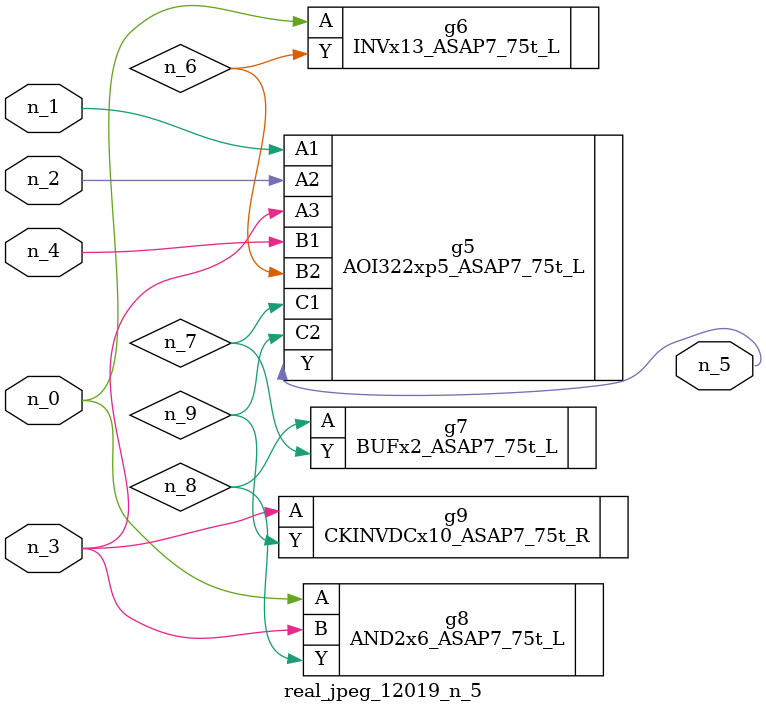
<source format=v>
module real_jpeg_12019_n_5 (n_4, n_0, n_1, n_2, n_3, n_5);

input n_4;
input n_0;
input n_1;
input n_2;
input n_3;

output n_5;

wire n_8;
wire n_6;
wire n_7;
wire n_9;

INVx13_ASAP7_75t_L g6 ( 
.A(n_0),
.Y(n_6)
);

AND2x6_ASAP7_75t_L g8 ( 
.A(n_0),
.B(n_3),
.Y(n_8)
);

AOI322xp5_ASAP7_75t_L g5 ( 
.A1(n_1),
.A2(n_2),
.A3(n_3),
.B1(n_4),
.B2(n_6),
.C1(n_7),
.C2(n_9),
.Y(n_5)
);

CKINVDCx10_ASAP7_75t_R g9 ( 
.A(n_3),
.Y(n_9)
);

BUFx2_ASAP7_75t_L g7 ( 
.A(n_8),
.Y(n_7)
);


endmodule
</source>
